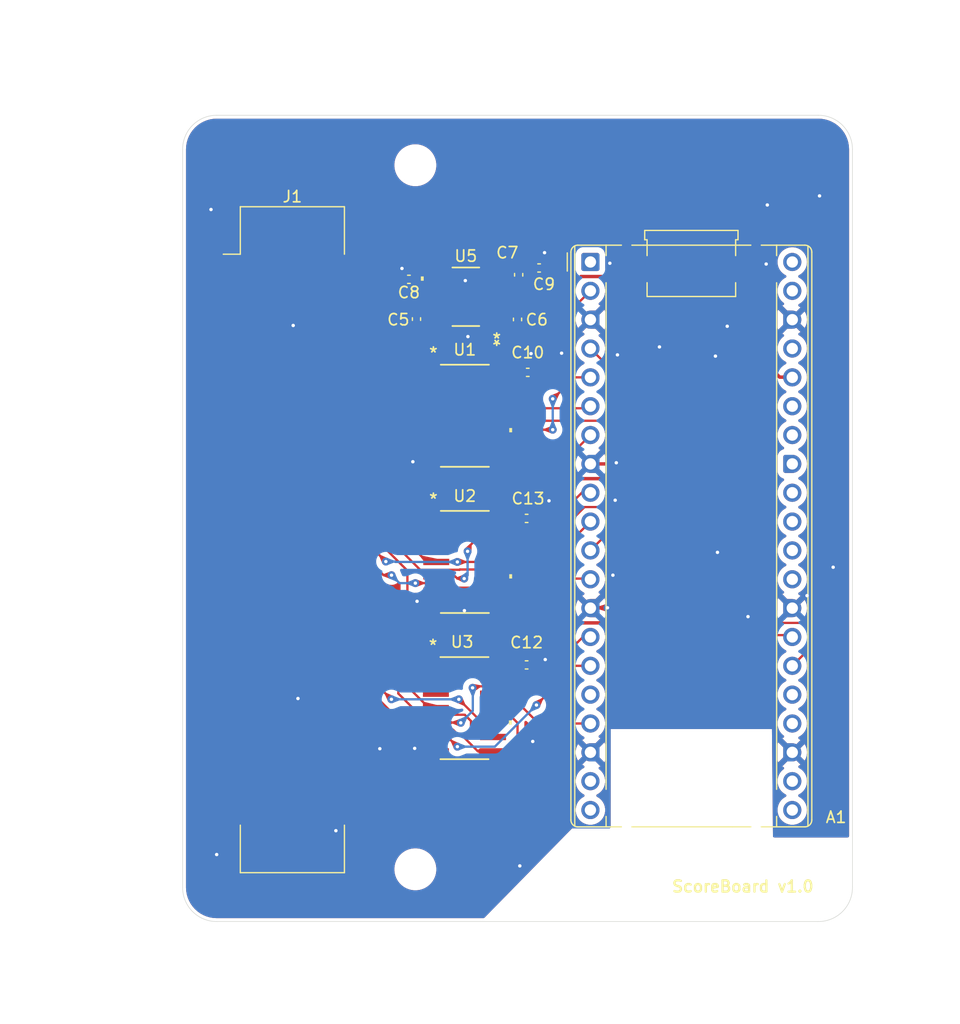
<source format=kicad_pcb>
(kicad_pcb (version 20241229) (generator "pcbnew") (generator_version "9.0")
  (layers (0 "F.Cu" signal) (2 "B.Cu" signal) (13 "F.Paste" user) (15 "B.Paste" user) (5 "F.SilkS" user "F.Silkscreen") (7 "B.SilkS" user "B.Silkscreen") (1 "F.Mask" user) (3 "B.Mask" user) (25 "Edge.Cuts" user))
  (net 0 "")
  (net 4 "GND")
  (net 5 "/MIN_DEC")
  (net 9 "+3.3V")
  (net 10 "/RESET")
  (net 13 "/HOME_DEC")
  (net 14 "/RX_TTL")
  (net 15 "/AWAY_INC")
  (net 17 "/SEC_DEC")
  (net 19 "/CLEAR")
  (net 21 "/START")
  (net 22 "/SEC_INC")
  (net 25 "/HOME_INC")
  (net 26 "/AWAY_DEC")
  (net 29 "/MIN_INC")
  (net 31 "/TX_TTL")
  (net 32 "Net-(U5-C2+)")
  (net 33 "Net-(U5-C2-)")
  (net 34 "Net-(U5-C1-)")
  (net 35 "Net-(U5-C1+)")
  (net 36 "Net-(U5-V+)")
  (net 37 "Net-(U5-V-)")
  (net 38 "+5V")
  (net 39 "/RESET_2")
  (net 40 "/RESET_1")
  (net 41 "/START_2")
  (net 42 "/START_1")
  (net 43 "/AWAY_DEC_1")
  (net 44 "/HOME_DEC_1")
  (net 45 "/SEC_INC_2")
  (net 46 "/AWAY_INC_2")
  (net 47 "/MIN_DEC_2")
  (net 48 "/AWAY_DEC_2")
  (net 49 "/AWAY_INC_1")
  (net 50 "/SEC_DEC_1")
  (net 51 "/SEC_INC_1")
  (net 52 "/HOME_INC_2")
  (net 53 "/HOME_DEC_2")
  (net 54 "/MIN_INC_2")
  (net 55 "/AUX")
  (net 56 "/HOME_INC_1")
  (net 57 "/MIN_DEC_1")
  (net 58 "/MIN_INC_1")
  (net 59 "/CLEAR_1")
  (net 60 "/AUX_1")
  (net 61 "/SEC_DEC_2")
  (net 62 "/CLEAR_2")
  (net 63 "/AUX_2")
  (net 68 "/TX_RS232")
  (net 70 "/RX_RS232")
  (footprint "Capacitor_SMD:C_0402_1005Metric_Pad0.74x0.62mm_HandSolder" (layer "F.Cu") (at 119.9325 64.4467 180)
    (property "Reference" "C8")
    (property "Value" "0.1uF")
  )
  (footprint "ScoreBoardPcb:RaspberryPi_Pico_Common_THT" (layer "F.Cu") (at 135.92 62.92)
    (property "Reference" "A1")
    (property "Value" "RaspberryPi_Pico_W")
  )
  (footprint "MountingHole:MountingHole_3.2mm_M3" (layer "F.Cu") (at 120.5 116.4)
    (property "Reference" "H2" (hide yes))
    (property "Value" "MountingHole" (hide yes))
  )
  (footprint "Capacitor_SMD:C_0402_1005Metric_Pad0.74x0.62mm_HandSolder" (layer "F.Cu") (at 130.3 85.5)
    (property "Reference" "C13")
    (property "Value" "0.1uF")
  )
  (footprint "ScoreBoardPcb:D14-M" (layer "F.Cu") (at 124.8575 76.46)
    (property "Reference" "U1")
    (property "Value" "CD74HCT4066M96")
  )
  (footprint "MountingHole:MountingHole_3.2mm_M3" (layer "F.Cu") (at 120.5 54.4)
    (property "Reference" "H1" (hide yes))
    (property "Value" "MountingHole" (hide yes))
  )
  (footprint "ScoreBoardPcb:RQ_16_ADI" (layer "F.Cu") (at 124.9464 65.981701 180)
    (property "Reference" "U5")
    (property "Value" "ADM3101EARQZ-REEL" (hide yes))
  )
  (footprint "Capacitor_SMD:C_0402_1005Metric_Pad0.74x0.62mm_HandSolder" (layer "F.Cu") (at 131.4 63.4467)
    (property "Reference" "C9")
    (property "Value" "0.1uF")
  )
  (footprint "ScoreBoardPcb:D14-M" (layer "F.Cu") (at 124.8575 89.33335)
    (property "Reference" "U2")
    (property "Value" "CD74HCT4066M96")
  )
  (footprint "ScoreBoardPcb:D14-M" (layer "F.Cu") (at 124.825 102.2067)
    (property "Reference" "U3")
    (property "Value" "CD74HCT4066M96")
  )
  (footprint "Capacitor_SMD:C_0402_1005Metric_Pad0.74x0.62mm_HandSolder" (layer "F.Cu") (at 129.5 67.9792 -90)
    (property "Reference" "C6")
    (property "Value" "0.1uF")
  )
  (footprint "Capacitor_SMD:C_0402_1005Metric_Pad0.74x0.62mm_HandSolder" (layer "F.Cu") (at 129.6 64.0467 -90)
    (property "Reference" "C7")
    (property "Value" "0.1uF")
  )
  (footprint "Capacitor_SMD:C_0402_1005Metric_Pad0.74x0.62mm_HandSolder" (layer "F.Cu") (at 130.4 72.64)
    (property "Reference" "C10")
    (property "Value" "0.1uF")
  )
  (footprint "Capacitor_SMD:C_0402_1005Metric_Pad0.74x0.62mm_HandSolder" (layer "F.Cu") (at 120.6 67.9467 90)
    (property "Reference" "C5")
    (property "Value" "0.1uF")
  )
  (footprint "Connector_IDC:IDC-Header_2x20_P2.54mm_Vertical_SMD" (layer "F.Cu") (at 109.6675 87.375)
    (property "Reference" "J1")
    (property "Value" "Conn_02x20_Odd_Even")
  )
  (footprint "Capacitor_SMD:C_0402_1005Metric_Pad0.74x0.62mm_HandSolder" (layer "F.Cu") (at 130.3 98.4)
    (property "Reference" "C12")
    (property "Value" "0.1uF")
  )
  (gr_line (start 103 50) (end 156 50) (stroke (width 0.05)) (layer "Edge.Cuts"))
  (gr_arc (start 103 121) (mid 100.87868 120.12132) (end 100 118) (stroke (width 0.05)) (layer "Edge.Cuts"))
  (gr_line (start 156 121) (end 103 121) (stroke (width 0.05)) (layer "Edge.Cuts"))
  (gr_line (start 159 53) (end 159 118) (stroke (width 0.05)) (layer "Edge.Cuts"))
  (gr_arc (start 156 50) (mid 158.12132 50.87868) (end 159 53) (stroke (width 0.05)) (layer "Edge.Cuts"))
  (gr_line (start 100 118) (end 100 53) (stroke (width 0.05)) (layer "Edge.Cuts"))
  (gr_arc (start 159 118) (mid 158.12132 120.12132) (end 156 121) (stroke (width 0.05)) (layer "Edge.Cuts"))
  (gr_arc (start 100 53) (mid 100.87868 50.87868) (end 103 50) (stroke (width 0.05)) (layer "Edge.Cuts"))
  (gr_text "ScoreBoard v1.0" (at 143 118.5 0) (layer "F.SilkS") (effects (font (size 1 1) (thickness 0.2) (bold yes)) (justify left bottom)))
  (segment (start 110.175 101.345) (end 113.4675 101.345) (width 0.3) (layer "F.Cu") (net 4))
  (segment (start 130.69 70.99) (end 130.69 71.02) (width 0.3) (layer "F.Cu") (net 4))
  (segment (start 131.47 98.4) (end 131.94 97.93) (width 0.3) (layer "F.Cu") (net 4))
  (segment (start 120.75 106.06) (end 120.44 105.75) (width 0.3) (layer "F.Cu") (net 4))
  (segment (start 155 92.3) (end 154.8 92.3) (width 0.3) (layer "F.Cu") (net 4))
  (segment (start 137.42 93.37) (end 135.95 93.37) (width 0.3) (layer "F.Cu") (net 4))
  (segment (start 130.69 71.02) (end 130.9675 71.2975) (width 0.3) (layer "F.Cu") (net 4))
  (segment (start 135.92 80.7) (end 138.1 80.7) (width 0.3) (layer "F.Cu") (net 4))
  (segment (start 130.8675 98.4) (end 131.47 98.4) (width 0.3) (layer "F.Cu") (net 4))
  (segment (start 120.69 80.27) (end 122.3429 80.27) (width 0.3) (layer "F.Cu") (net 4))
  (segment (start 130.9675 71.2975) (end 130.9675 72.64) (width 0.3) (layer "F.Cu") (net 4))
  (segment (start 120.65 92.8) (end 121.01 93.16) (width 0.3) (layer "F.Cu") (net 4))
  (segment (start 131.88 62.1) (end 131.89 62.1) (width 0.3) (layer "F.Cu") (net 4))
  (segment (start 110.16 101.36) (end 110.175 101.345) (width 0.3) (layer "F.Cu") (net 4))
  (segment (start 138.1 80.7) (end 138.2 80.6) (width 0.3) (layer "F.Cu") (net 4))
  (segment (start 119.32 64.4134) (end 119.32 63.49) (width 0.3) (layer "F.Cu") (net 4))
  (segment (start 120.28 80.51) (end 120.45 80.51) (width 0.3) (layer "F.Cu") (net 4))
  (segment (start 120.45 80.51) (end 120.69 80.27) (width 0.3) (layer "F.Cu") (net 4))
  (segment (start 131.9675 62.1775) (end 131.9675 63.4467) (width 0.3) (layer "F.Cu") (net 4))
  (segment (start 122.38 106.06) (end 120.75 106.06) (width 0.3) (layer "F.Cu") (net 4))
  (segment (start 131.89 62.1) (end 131.9675 62.1775) (width 0.3) (layer "F.Cu") (net 4))
  (segment (start 121.01 93.16) (end 122.32625 93.16) (width 0.3) (layer "F.Cu") (net 4))
  (via (at 113.5 113) (size 0.7) (drill 0.3) (layers "F.Cu" "B.Cu") (net 4))
  (via (at 120.28 80.51) (size 0.7) (drill 0.3) (layers "F.Cu" "B.Cu") (net 4))
  (via (at 120.65 92.8) (size 0.7) (drill 0.3) (layers "F.Cu" "B.Cu") (net 4))
  (via (at 131.94 97.93) (size 0.7) (drill 0.3) (layers "F.Cu" "B.Cu") (net 4))
  (via (at 117.37 105.78) (size 0.7) (drill 0.3) (layers "F.Cu" "B.Cu") (net 4))
  (via (at 132.27 83.95) (size 0.7) (drill 0.3) (layers "F.Cu" "B.Cu") (net 4))
  (via (at 119.32 63.49) (size 0.7) (drill 0.3) (layers "F.Cu" "B.Cu") (net 4))
  (via (at 102.5 58.3) (size 0.7) (drill 0.3) (layers "F.Cu" "B.Cu") (net 4))
  (via (at 137.9 90.5) (size 0.7) (drill 0.3) (layers "F.Cu" "B.Cu") (net 4))
  (via (at 130.84 105.14) (size 0.7) (drill 0.3) (layers "F.Cu" "B.Cu") (net 4))
  (via (at 110.16 101.36) (size 0.7) (drill 0.3) (layers "F.Cu" "B.Cu") (net 4))
  (via (at 138.3 71.1) (size 0.7) (drill 0.3) (layers "F.Cu" "B.Cu") (net 4))
  (via (at 155 92.3) (size 0.7) (drill 0.3) (layers "F.Cu" "B.Cu") (net 4))
  (via (at 146.93 71.21) (size 0.7) (drill 0.3) (layers "F.Cu" "B.Cu") (net 4))
  (via (at 142 70.4) (size 0.7) (drill 0.3) (layers "F.Cu" "B.Cu") (net 4))
  (via (at 124.9 64.56) (size 0.7) (drill 0.3) (layers "F.Cu" "B.Cu") (net 4))
  (via (at 133.38 70.95) (size 0.7) (drill 0.3) (layers "F.Cu" "B.Cu") (net 4))
  (via (at 151.4 63.1) (size 0.7) (drill 0.3) (layers "F.Cu" "B.Cu") (net 4))
  (via (at 137.63 63.03) (size 0.7) (drill 0.3) (layers "F.Cu" "B.Cu") (net 4))
  (via (at 147.97 68.58) (size 0.7) (drill 0.3) (layers "F.Cu" "B.Cu") (net 4))
  (via (at 120.44 105.75) (size 0.7) (drill 0.3) (layers "F.Cu" "B.Cu") (net 4))
  (via (at 138.2 80.6) (size 0.7) (drill 0.3) (layers "F.Cu" "B.Cu") (net 4))
  (via (at 157.3 89.8) (size 0.7) (drill 0.3) (layers "F.Cu" "B.Cu") (net 4))
  (via (at 138.1 83.9) (size 0.7) (drill 0.3) (layers "F.Cu" "B.Cu") (net 4))
  (via (at 137.42 93.37) (size 0.7) (drill 0.3) (layers "F.Cu" "B.Cu") (net 4))
  (via (at 151.5 57.9) (size 0.7) (drill 0.3) (layers "F.Cu" "B.Cu") (net 4))
  (via (at 147.11 88.49) (size 0.7) (drill 0.3) (layers "F.Cu" "B.Cu") (net 4))
  (via (at 124.82 93.62) (size 0.7) (drill 0.3) (layers "F.Cu" "B.Cu") (net 4))
  (via (at 149.8 94.15) (size 0.7) (drill 0.3) (layers "F.Cu" "B.Cu") (net 4))
  (via (at 109.74 68.51) (size 0.7) (drill 0.3) (layers "F.Cu" "B.Cu") (net 4))
  (via (at 103 115.1) (size 0.7) (drill 0.3) (layers "F.Cu" "B.Cu") (net 4))
  (via (at 131.88 62.1) (size 0.7) (drill 0.3) (layers "F.Cu" "B.Cu") (net 4))
  (via (at 129.7 116.1) (size 0.7) (drill 0.3) (layers "F.Cu" "B.Cu") (net 4))
  (via (at 130.69 70.99) (size 0.7) (drill 0.3) (layers "F.Cu" "B.Cu") (net 4))
  (via (at 156.1 57.1) (size 0.7) (drill 0.3) (layers "F.Cu" "B.Cu") (net 4))
  (via (at 125.13 69.49) (size 0.7) (drill 0.3) (layers "F.Cu" "B.Cu") (net 4))
  (segment (start 131.83665 88.06335) (end 127.3721 88.06335) (width 0.2) (layer "F.Cu") (net 5))
  (segment (start 137.6 85.2) (end 136.9 84.5) (width 0.2) (layer "F.Cu") (net 5))
  (segment (start 136.9 84.5) (end 135.4 84.5) (width 0.2) (layer "F.Cu") (net 5))
  (segment (start 135.92 88.32) (end 137.6 86.64) (width 0.2) (layer "F.Cu") (net 5))
  (segment (start 137.6 86.64) (end 137.6 85.2) (width 0.2) (layer "F.Cu") (net 5))
  (segment (start 135.4 84.5) (end 131.83665 88.06335) (width 0.2) (layer "F.Cu") (net 5))
  (segment (start 129.6 63.4792) (end 129.6 60.96) (width 0.3) (layer "F.Cu") (net 9))
  (segment (start 129.1208 63.4792) (end 129.6 63.4792) (width 0.3) (layer "F.Cu") (net 9))
  (segment (start 151.22 71.69) (end 152.59 73.06) (width 0.3) (layer "F.Cu") (net 9))
  (segment (start 131.75 58.81) (end 139.43 58.81) (width 0.3) (layer "F.Cu") (net 9))
  (segment (start 151.22 70.6) (end 151.22 71.69) (width 0.3) (layer "F.Cu") (net 9))
  (segment (start 152.59 73.06) (end 153.68 73.06) (width 0.3) (layer "F.Cu") (net 9))
  (segment (start 127.411399 63.7417) (end 128.8583 63.7417) (width 0.3) (layer "F.Cu") (net 9))
  (segment (start 139.43 58.81) (end 151.22 70.6) (width 0.3) (layer "F.Cu") (net 9))
  (segment (start 129.6 63.4792) (end 130.8 63.4792) (width 0.3) (layer "F.Cu") (net 9))
  (segment (start 129.6 60.96) (end 131.75 58.81) (width 0.3) (layer "F.Cu") (net 9))
  (segment (start 128.8583 63.7417) (end 129.1208 63.4792) (width 0.3) (layer "F.Cu") (net 9))
  (segment (start 124.2 90.8) (end 124 90.6) (width 0.2) (layer "F.Cu") (net 10))
  (segment (start 125.1 88.4) (end 125.1 88.1) (width 0.2) (layer "F.Cu") (net 10))
  (segment (start 125.1 88.1) (end 125.8 87.4) (width 0.2) (layer "F.Cu") (net 10))
  (segment (start 125.8 87.4) (end 131 87.4) (width 0.2) (layer "F.Cu") (net 10))
  (segment (start 124.8 90.8) (end 124.2 90.8) (width 0.2) (layer "F.Cu") (net 10))
  (segment (start 123.70335 90.60335) (end 122.3429 90.60335) (width 0.2) (layer "F.Cu") (net 10))
  (segment (start 124 90.6) (end 123.7067 90.6) (width 0.2) (layer "F.Cu") (net 10))
  (segment (start 131 87.4) (end 135.16 83.24) (width 0.2) (layer "F.Cu") (net 10))
  (segment (start 135.16 83.24) (end 135.92 83.24) (width 0.2) (layer "F.Cu") (net 10))
  (segment (start 123.7067 90.6) (end 123.70335 90.60335) (width 0.2) (layer "F.Cu") (net 10))
  (via (at 125.1 88.4) (size 0.7) (drill 0.3) (layers "F.Cu" "B.Cu") (net 10))
  (via (at 124.8 90.8) (size 0.7) (drill 0.3) (layers "F.Cu" "B.Cu") (net 10))
  (segment (start 125.1 90.5) (end 124.8 90.8) (width 0.2) (layer "B.Cu") (net 10))
  (segment (start 125.1 88.4) (end 125.1 90.5) (width 0.2) (layer "B.Cu") (net 10))
  (segment (start 131.0896 78.3104) (end 125.7896 78.3104) (width 0.2) (layer "F.Cu") (net 13))
  (segment (start 131.7096 77.6904) (end 131.0896 78.3104) (width 0.2) (layer "F.Cu") (net 13))
  (segment (start 132.6 77.6904) (end 131.7096 77.6904) (width 0.2) (layer "F.Cu") (net 13))
  (segment (start 132.6 75) (end 132.6 74.97) (width 0.2) (layer "F.Cu") (net 13))
  (segment (start 135.92 73.08) (end 134.52 73.08) (width 0.2) (layer "F.Cu") (net 13))
  (segment (start 125.1 79) (end 122.3429 79) (width 0.2) (layer "F.Cu") (net 13))
  (segment (start 134.52 73.08) (end 132.6 75) (width 0.2) (layer "F.Cu") (net 13))
  (segment (start 125.7896 78.3104) (end 125.1 79) (width 0.2) (layer "F.Cu") (net 13))
  (via (at 132.6 77.6904) (size 0.7) (drill 0.3) (layers "F.Cu" "B.Cu") (net 13))
  (via (at 132.6 74.97) (size 0.7) (drill 0.3) (layers "F.Cu" "B.Cu") (net 13))
  (segment (start 132.6 74.97) (end 132.6 77.6904) (width 0.2) (layer "B.Cu") (net 13))
  (segment (start 134.2 63.9) (end 134.2 61.82) (width 0.2) (layer "F.Cu") (net 14))
  (segment (start 137.6 61.2) (end 145.14 68.74) (width 0.2) (layer "F.Cu") (net 14))
  (segment (start 145.14 91.16) (end 149.76 95.78) (width 0.2) (layer "F.Cu") (net 14))
  (segment (start 127.411399 66.3017) (end 131.7983 66.3017) (width 0.2) (layer "F.Cu") (net 14))
  (segment (start 145.14 68.74) (end 145.14 91.16) (width 0.2) (layer "F.Cu") (net 14))
  (segment (start 134.82 61.2) (end 137.6 61.2) (width 0.2) (layer "F.Cu") (net 14))
  (segment (start 134.2 61.82) (end 134.82 61.2) (width 0.2) (layer "F.Cu") (net 14))
  (segment (start 149.76 95.78) (end 153.54 95.78) (width 0.2) (layer "F.Cu") (net 14))
  (segment (start 131.7983 66.3017) (end 134.2 63.9) (width 0.2) (layer "F.Cu") (net 14))
  (segment (start 135.74 75.8) (end 130.7 75.8) (width 0.2) (layer "F.Cu") (net 15))
  (segment (start 130.09 75.19) (end 127.3721 75.19) (width 0.2) (layer "F.Cu") (net 15))
  (segment (start 130.7 75.8) (end 130.09 75.19) (width 0.2) (layer "F.Cu") (net 15))
  (segment (start 125.54 100.42) (end 125.68 100.42) (width 0.2) (layer "F.Cu") (net 17))
  (segment (start 125.8133 100.2867) (end 130.9133 100.2867) (width 0.2) (layer "F.Cu") (net 17))
  (segment (start 125.68 100.42) (end 125.8133 100.2867) (width 0.2) (layer "F.Cu") (net 17))
  (segment (start 122.3104 103.4767) (end 124.4767 103.4767) (width 0.2) (layer "F.Cu") (net 17))
  (segment (start 124.4767 103.4767) (end 124.5 103.5) (width 0.2) (layer "F.Cu") (net 17))
  (segment (start 130.9133 100.2867) (end 135.26 95.94) (width 0.2) (layer "F.Cu") (net 17))
  (via (at 125.54 100.42) (size 0.7) (drill 0.3) (layers "F.Cu" "B.Cu") (net 17))
  (via (at 124.5 103.5) (size 0.7) (drill 0.3) (layers "F.Cu" "B.Cu") (net 17))
  (segment (start 125.56 102.44) (end 124.5 103.5) (width 0.2) (layer "B.Cu") (net 17))
  (segment (start 125.54 100.42) (end 125.56 100.44) (width 0.2) (layer "B.Cu") (net 17))
  (segment (start 125.56 100.44) (end 125.56 102.44) (width 0.2) (layer "B.Cu") (net 17))
  (segment (start 134.6 98.48) (end 135.92 98.48) (width 0.2) (layer "F.Cu") (net 19))
  (segment (start 124.2 105.6) (end 123.3467 104.7467) (width 0.2) (layer "F.Cu") (net 19))
  (segment (start 131.165 101.915) (end 134.6 98.48) (width 0.2) (layer "F.Cu") (net 19))
  (segment (start 131.165 101.935) (end 131.165 101.915) (width 0.2) (layer "F.Cu") (net 19))
  (via (at 131.165 101.935) (size 0.7) (drill 0.3) (layers "F.Cu" "B.Cu") (net 19))
  (via (at 124.2 105.6) (size 0.7) (drill 0.3) (layers "F.Cu" "B.Cu") (net 19))
  (segment (start 127.5 105.6) (end 124.2 105.6) (width 0.2) (layer "B.Cu") (net 19))
  (segment (start 131.165 101.935) (end 127.5 105.6) (width 0.2) (layer "B.Cu") (net 19))
  (segment (start 131.54 73.92) (end 127.3721 73.92) (width 0.2) (layer "F.Cu") (net 21))
  (segment (start 132.3 69.08) (end 132.3 73.16) (width 0.2) (layer "F.Cu") (net 21))
  (segment (start 135.92 65.46) (end 132.3 69.08) (width 0.2) (layer "F.Cu") (net 21))
  (segment (start 132.3 73.16) (end 131.54 73.92) (width 0.2) (layer "F.Cu") (net 21))
  (segment (start 133.83 90.8) (end 127.43 97.2) (width 0.2) (layer "F.Cu") (net 22))
  (segment (start 127.43 97.2) (end 126.18 97.2) (width 0.2) (layer "F.Cu") (net 22))
  (segment (start 126.18 97.2) (end 125.5 97.88) (width 0.2) (layer "F.Cu") (net 22))
  (segment (start 125.5 98.6907) (end 126.476 99.6667) (width 0.2) (layer "F.Cu") (net 22))
  (segment (start 125.5 97.88) (end 125.5 98.6907) (width 0.2) (layer "F.Cu") (net 22))
  (segment (start 135.9 90.8) (end 133.83 90.8) (width 0.2) (layer "F.Cu") (net 22))
  (segment (start 137.8 72.42) (end 135.92 70.54) (width 0.2) (layer "F.Cu") (net 25))
  (segment (start 137.8 76.2) (end 137.8 72.42) (width 0.2) (layer "F.Cu") (net 25))
  (segment (start 131.13 76.9) (end 137.1 76.9) (width 0.2) (layer "F.Cu") (net 25))
  (segment (start 125.0096 77.0404) (end 130.7796 77.0404) (width 0.2) (layer "F.Cu") (net 25))
  (segment (start 130.7796 77.0404) (end 130.78 77.04) (width 0.2) (layer "F.Cu") (net 25))
  (segment (start 130.99 77.04) (end 131.13 76.9) (width 0.2) (layer "F.Cu") (net 25))
  (segment (start 124.32 77.73) (end 125.0096 77.0404) (width 0.2) (layer "F.Cu") (net 25))
  (segment (start 130.78 77.04) (end 130.99 77.04) (width 0.2) (layer "F.Cu") (net 25))
  (segment (start 137.1 76.9) (end 137.8 76.2) (width 0.2) (layer "F.Cu") (net 25))
  (segment (start 122.3429 77.73) (end 124.32 77.73) (width 0.2) (layer "F.Cu") (net 25))
  (segment (start 130.61 79.99) (end 125.4 85.2) (width 0.2) (layer "F.Cu") (net 26))
  (segment (start 125.4 85.2) (end 125.4 86.38) (width 0.2) (layer "F.Cu") (net 26))
  (segment (start 125.81335 86.79335) (end 127.3721 86.79335) (width 0.2) (layer "F.Cu") (net 26))
  (segment (start 125.4 86.38) (end 125.81335 86.79335) (width 0.2) (layer "F.Cu") (net 26))
  (segment (start 134.09 79.99) (end 130.61 79.99) (width 0.2) (layer "F.Cu") (net 26))
  (segment (start 135.92 78.16) (end 134.09 79.99) (width 0.2) (layer "F.Cu") (net 26))
  (segment (start 124.15375 92.45375) (end 130.14625 92.45375) (width 0.2) (layer "F.Cu") (net 29))
  (segment (start 130.14625 92.45375) (end 132 90.6) (width 0.2) (layer "F.Cu") (net 29))
  (segment (start 132 89.7) (end 135.92 85.78) (width 0.2) (layer "F.Cu") (net 29))
  (segment (start 122.3429 91.87335) (end 123.57335 91.87335) (width 0.2) (layer "F.Cu") (net 29))
  (segment (start 132 90.6) (end 132 89.7) (width 0.2) (layer "F.Cu") (net 29))
  (segment (start 123.57335 91.87335) (end 124.15375 92.45375) (width 0.2) (layer "F.Cu") (net 29))
  (segment (start 148.97 91.27) (end 152.4 94.7) (width 0.2) (layer "F.Cu") (net 31))
  (segment (start 154.83163 94.7) (end 155.4 95.26837) (width 0.2) (layer "F.Cu") (net 31))
  (segment (start 138.63 60.5) (end 148.97 70.84) (width 0.2) (layer "F.Cu") (net 31))
  (segment (start 148.97 70.84) (end 148.97 91.27) (width 0.2) (layer "F.Cu") (net 31))
  (segment (start 131.438298 65.661702) (end 133.2 63.9) (width 0.2) (layer "F.Cu") (net 31))
  (segment (start 133.2 61.7) (end 134.4 60.5) (width 0.2) (layer "F.Cu") (net 31))
  (segment (start 127.411399 65.661702) (end 131.438298 65.661702) (width 0.2) (layer "F.Cu") (net 31))
  (segment (start 152.4 94.7) (end 154.83163 94.7) (width 0.2) (layer "F.Cu") (net 31))
  (segment (start 155.4 95.26837) (end 155.4 96.78) (width 0.2) (layer "F.Cu") (net 31))
  (segment (start 134.4 60.5) (end 138.63 60.5) (width 0.2) (layer "F.Cu") (net 31))
  (segment (start 133.2 63.9) (end 133.2 61.7) (width 0.2) (layer "F.Cu") (net 31))
  (segment (start 155.4 96.78) (end 153.7 98.48) (width 0.2) (layer "F.Cu") (net 31))
  (segment (start 122.481401 68.221702) (end 121.278298 68.221702) (width 0.2) (layer "F.Cu") (net 32))
  (segment (start 120.9858 68.5142) (end 120.6 68.5142) (width 0.2) (layer "F.Cu") (net 32))
  (segment (start 121.278298 68.221702) (end 120.9858 68.5142) (width 0.2) (layer "F.Cu") (net 32))
  (segment (start 121.3817 67.5817) (end 121.1792 67.3792) (width 0.2) (layer "F.Cu") (net 33))
  (segment (start 121.1792 67.3792) (end 120.6 67.3792) (width 0.2) (layer "F.Cu") (net 33))
  (segment (start 122.481401 67.5817) (end 121.3817 67.5817) (width 0.2) (layer "F.Cu") (net 33))
  (segment (start 127.411399 68.221699) (end 128.721699 68.221699) (width 0.2) (layer "F.Cu") (net 34))
  (segment (start 128.721699 68.221699) (end 129.0467 68.5467) (width 0.2) (layer "F.Cu") (net 34))
  (segment (start 129.0467 68.5467) (end 129.5 68.5467) (width 0.2) (layer "F.Cu") (net 34))
  (segment (start 128.7183 67.5817) (end 128.8883 67.4117) (width 0.2) (layer "F.Cu") (net 35))
  (segment (start 128.8883 67.4117) (end 129.5 67.4117) (width 0.2) (layer "F.Cu") (net 35))
  (segment (start 127.411399 67.5817) (end 128.7183 67.5817) (width 0.2) (layer "F.Cu") (net 35))
  (segment (start 128.9142 64.6142) (end 129.6 64.6142) (width 0.2) (layer "F.Cu") (net 36))
  (segment (start 128.681702 64.381702) (end 128.9142 64.6142) (width 0.2) (layer "F.Cu") (net 36))
  (segment (start 127.411399 64.381702) (end 128.681702 64.381702) (width 0.2) (layer "F.Cu") (net 36))
  (segment (start 122.481401 64.381702) (end 120.564998 64.381702) (width 0.2) (layer "F.Cu") (net 37))
  (segment (start 129.7325 98.4) (end 133.4325 94.7) (width 0.3) (layer "F.Cu") (net 38))
  (segment (start 129.7325 85.5) (end 129.7325 83.9675) (width 0.3) (layer "F.Cu") (net 38))
  (segment (start 111.455 63.245) (end 110.1 64.6) (width 0.3) (layer "F.Cu") (net 38))
  (segment (start 120.7 70.8) (end 127.4 70.8) (width 0.3) (layer "F.Cu") (net 38))
  (segment (start 127.3396 98.3967) (end 129.7292 98.3967) (width 0.3) (layer "F.Cu") (net 38))
  (segment (start 116.88 66.98) (end 120.7 70.8) (width 0.3) (layer "F.Cu") (net 38))
  (segment (start 127.3721 72.65) (end 127.3721 70.8279) (width 0.3) (layer "F.Cu") (net 38))
  (segment (start 135.1 64.2) (end 138 64.2) (width 0.3) (layer "F.Cu") (net 38))
  (segment (start 110.1 66.6) (end 110.48 66.98) (width 0.3) (layer "F.Cu") (net 38))
  (segment (start 127.3721 85.52335) (end 129.70915 85.52335) (width 0.3) (layer "F.Cu") (net 38))
  (segment (start 138.77 94.7) (end 140 93.47) (width 0.3) (layer "F.Cu") (net 38))
  (segment (start 127.4 70.8) (end 128.5 70.8) (width 0.3) (layer "F.Cu") (net 38))
  (segment (start 140 93.47) (end 140 82) (width 0.3) (layer "F.Cu") (net 38))
  (segment (start 128.5 70.8) (end 135.1 64.2) (width 0.3) (layer "F.Cu") (net 38))
  (segment (start 133.4325 94.7) (end 138.77 94.7) (width 0.3) (layer "F.Cu") (net 38))
  (segment (start 110.48 66.98) (end 116.88 66.98) (width 0.3) (layer "F.Cu") (net 38))
  (segment (start 110.1 64.6) (end 110.1 66.6) (width 0.3) (layer "F.Cu") (net 38))
  (segment (start 129.7325 83.9675) (end 131.7 82) (width 0.3) (layer "F.Cu") (net 38))
  (segment (start 131.7 82) (end 140 82) (width 0.3) (layer "F.Cu") (net 38))
  (segment (start 140 66.2) (end 140 82) (width 0.3) (layer "F.Cu") (net 38))
  (segment (start 138 64.2) (end 140 66.2) (width 0.3) (layer "F.Cu") (net 38))
  (segment (start 127.3721 72.65) (end 129.8225 72.65) (width 0.3) (layer "F.Cu") (net 38))
  (segment (start 127.3721 70.8279) (end 127.4 70.8) (width 0.3) (layer "F.Cu") (net 38))
  (segment (start 116.98095 83.565) (end 113.4675 83.565) (width 0.2) (layer "F.Cu") (net 39))
  (segment (start 121.4793 88.06335) (end 116.98095 83.565) (width 0.2) (layer "F.Cu") (net 39))
  (segment (start 110.5 84.8) (end 109.265 83.565) (width 0.2) (layer "F.Cu") (net 40))
  (segment (start 121.53335 89.33335) (end 117 84.8) (width 0.2) (layer "F.Cu") (net 40))
  (segment (start 109.265 83.565) (end 105.8675 83.565) (width 0.2) (layer "F.Cu") (net 40))
  (segment (start 117 84.8) (end 110.5 84.8) (width 0.2) (layer "F.Cu") (net 40))
  (segment (start 120.17 73.9) (end 117.135 70.865) (width 0.2) (layer "F.Cu") (net 41))
  (segment (start 122.3429 73.92) (end 121.12 73.92) (width 0.2) (layer "F.Cu") (net 41))
  (segment (start 117.135 70.865) (end 113.4675 70.865) (width 0.2) (layer "F.Cu") (net 41))
  (segment (start 121.1 73.9) (end 120.17 73.9) (width 0.2) (layer "F.Cu") (net 41))
  (segment (start 122.3429 72.65) (end 120.85 72.65) (width 0.2) (layer "F.Cu") (net 42))
  (segment (start 110.6 69.6) (end 109.335 70.865) (width 0.2) (layer "F.Cu") (net 42))
  (segment (start 117.8 69.6) (end 110.6 69.6) (width 0.2) (layer "F.Cu") (net 42))
  (segment (start 120.85 72.65) (end 117.8 69.6) (width 0.2) (layer "F.Cu") (net 42))
  (segment (start 109.335 70.865) (end 105.8675 70.865) (width 0.2) (layer "F.Cu") (net 42))
  (segment (start 117.1 82.2) (end 110.2 82.2) (width 0.2) (layer "F.Cu") (net 43))
  (segment (start 120.42335 85.52335) (end 117.1 82.2) (width 0.2) (layer "F.Cu") (net 43))
  (segment (start 122.3429 85.52335) (end 120.42335 85.52335) (width 0.2) (layer "F.Cu") (net 43))
  (segment (start 109.025 81.025) (end 105.8675 81.025) (width 0.2) (layer "F.Cu") (net 43))
  (segment (start 110.2 82.2) (end 109.025 81.025) (width 0.2) (layer "F.Cu") (net 43))
  (segment (start 102.5 79.08) (end 103.05 79.63) (width 0.2) (layer "F.Cu") (net 44))
  (segment (start 117.55 80.05) (end 119.2 81.7) (width 0.2) (layer "F.Cu") (net 44))
  (segment (start 103.05 79.63) (end 108.8 79.63) (width 0.2) (layer "F.Cu") (net 44))
  (segment (start 108.8 79.63) (end 109.22 80.05) (width 0.2) (layer "F.Cu") (net 44))
  (segment (start 105.8125 76) (end 103.2 76) (width 0.2) (layer "F.Cu") (net 44))
  (segment (start 119.2 81.7) (end 124.15 81.7) (width 0.2) (layer "F.Cu") (net 44))
  (segment (start 102.5 76.7) (end 102.5 79.08) (width 0.2) (layer "F.Cu") (net 44))
  (segment (start 124.15 81.7) (end 125.58 80.27) (width 0.2) (layer "F.Cu") (net 44))
  (segment (start 125.58 80.27) (end 127.3721 80.27) (width 0.2) (layer "F.Cu") (net 44))
  (segment (start 109.22 80.05) (end 117.55 80.05) (width 0.2) (layer "F.Cu") (net 44))
  (segment (start 103.2 76) (end 102.5 76.7) (width 0.2) (layer "F.Cu") (net 44))
  (segment (start 121.62 96.8) (end 123.5 96.8) (width 0.2) (layer "F.Cu") (net 45))
  (segment (start 124.2 97.5) (end 124.2 98.6407) (width 0.2) (layer "F.Cu") (net 45))
  (segment (start 116.005 91.185) (end 121.62 96.8) (width 0.2) (layer "F.Cu") (net 45))
  (segment (start 123.5 96.8) (end 124.2 97.5) (width 0.2) (layer "F.Cu") (net 45))
  (segment (start 124.2 98.6407) (end 123.174 99.6667) (width 0.2) (layer "F.Cu") (net 45))
  (segment (start 113.4675 91.185) (end 116.005 91.185) (width 0.2) (layer "F.Cu") (net 45))
  (segment (start 125.37 77.73) (end 124.74 78.36) (width 0.2) (layer "F.Cu") (net 46))
  (segment (start 127.3721 77.73) (end 125.37 77.73) (width 0.2) (layer "F.Cu") (net 46))
  (segment (start 124.74 78.36) (end 113.5925 78.36) (width 0.2) (layer "F.Cu") (net 46))
  (segment (start 123.7 91.2) (end 120.5 91.2) (width 0.2) (layer "F.Cu") (net 47))
  (segment (start 124.1 91.6) (end 123.7 91.2) (width 0.2) (layer "F.Cu") (net 47))
  (segment (start 118.4 90.5) (end 117.7 90.5) (width 0.2) (layer "F.Cu") (net 47))
  (segment (start 125.6 91.6) (end 124.1 91.6) (width 0.2) (layer "F.Cu") (net 47))
  (segment (start 126.59665 90.60335) (end 125.6 91.6) (width 0.2) (layer "F.Cu") (net 47))
  (segment (start 117.7 90.5) (end 115.845 88.645) (width 0.2) (layer "F.Cu") (net 47))
  (via (at 118.4 90.5) (size 0.7) (drill 0.3) (layers "F.Cu" "B.Cu") (net 47))
  (via (at 120.5 91.2) (size 0.7) (drill 0.3) (layers "F.Cu" "B.Cu") (net 47))
  (segment (start 120.5 91.2) (end 119.1 91.2) (width 0.2) (layer "B.Cu") (net 47))
  (segment (start 119.1 91.2) (end 118.4 90.5) (width 0.2) (layer "B.Cu") (net 47))
  (segment (start 120.09 83.9) (end 117.215 81.025) (width 0.2) (layer "F.Cu") (net 48))
  (segment (start 117.215 81.025) (end 113.4675 81.025) (width 0.2) (layer "F.Cu") (net 48))
  (segment (start 122.3429 86.79335) (end 123.65665 86.79335) (width 0.2) (layer "F.Cu") (net 48))
  (segment (start 123.7 83.9) (end 120.09 83.9) (width 0.2) (layer "F.Cu") (net 48))
  (segment (start 123.65665 86.79335) (end 124.26 86.19) (width 0.2) (layer "F.Cu") (net 48))
  (segment (start 124.26 84.46) (end 123.7 83.9) (width 0.2) (layer "F.Cu") (net 48))
  (segment (start 124.26 86.19) (end 124.26 84.46) (width 0.2) (layer "F.Cu") (net 48))
  (segment (start 109.1 77.9) (end 108.515 78.485) (width 0.2) (layer "F.Cu") (net 49))
  (segment (start 110.3 74.8) (end 109.1 76) (width 0.2) (layer "F.Cu") (net 49))
  (segment (start 109.1 76) (end 109.1 77.9) (width 0.2) (layer "F.Cu") (net 49))
  (segment (start 124.5 76.46) (end 123.87 77.09) (width 0.2) (layer "F.Cu") (net 49))
  (segment (start 127.3721 76.46) (end 124.5 76.46) (width 0.2) (layer "F.Cu") (net 49))
  (segment (start 116.5 74.8) (end 110.3 74.8) (width 0.2) (layer "F.Cu") (net 49))
  (segment (start 118.79 77.09) (end 116.5 74.8) (width 0.2) (layer "F.Cu") (net 49))
  (segment (start 123.87 77.09) (end 118.79 77.09) (width 0.2) (layer "F.Cu") (net 49))
  (segment (start 108.515 78.485) (end 105.8675 78.485) (width 0.2) (layer "F.Cu") (net 49))
  (segment (start 118.3 98.79166) (end 118.3 97.31) (width 0.2) (layer "F.Cu") (net 50))
  (segment (start 115.99 95) (end 110.7 95) (width 0.2) (layer "F.Cu") (net 50))
  (segment (start 118.3 97.31) (end 115.99 95) (width 0.2) (layer "F.Cu") (net 50))
  (segment (start 110.7 95) (end 109.425 93.725) (width 0.2) (layer "F.Cu") (net 50))
  (segment (start 121.71504 102.2067) (end 118.3 98.79166) (width 0.2) (layer "F.Cu") (net 50))
  (segment (start 109.425 93.725) (end 105.8675 93.725) (width 0.2) (layer "F.Cu") (net 50))
  (segment (start 109.585 91.185) (end 105.8675 91.185) (width 0.2) (layer "F.Cu") (net 51))
  (segment (start 122.0467 98.3967) (end 116.03 92.38) (width 0.2) (layer "F.Cu") (net 51))
  (segment (start 110.78 92.38) (end 109.585 91.185) (width 0.2) (layer "F.Cu") (net 51))
  (segment (start 116.03 92.38) (end 110.78 92.38) (width 0.2) (layer "F.Cu") (net 51))
  (segment (start 122.3429 75.19) (end 120.09 75.19) (width 0.2) (layer "F.Cu") (net 52))
  (segment (start 118.305 73.405) (end 113.4675 73.405) (width 0.2) (layer "F.Cu") (net 52))
  (segment (start 120.09 75.19) (end 118.305 73.405) (width 0.2) (layer "F.Cu") (net 52))
  (segment (start 125.5 79.6) (end 126.1 79) (width 0.2) (layer "F.Cu") (net 53))
  (segment (start 113.4675 75.945) (end 110.555 75.945) (width 0.2) (layer "F.Cu") (net 53))
  (segment (start 117.5661 79.499) (end 117.5771 79.51) (width 0.2) (layer "F.Cu") (net 53))
  (segment (start 110.709 79.499) (end 117.5661 79.499) (width 0.2) (layer "F.Cu") (net 53))
  (segment (start 126.1 79) (end 127.3721 79) (width 0.2) (layer "F.Cu") (net 53))
  (segment (start 109.9 76.6) (end 109.9 78.69) (width 0.2) (layer "F.Cu") (net 53))
  (segment (start 109.9 78.69) (end 110.709 79.499) (width 0.2) (layer "F.Cu") (net 53))
  (segment (start 110.555 75.945) (end 109.9 76.6) (width 0.2) (layer "F.Cu") (net 53))
  (segment (start 117.5771 79.51) (end 120.11 79.51) (width 0.2) (layer "F.Cu") (net 53))
  (segment (start 120.2 79.6) (end 125.5 79.6) (width 0.2) (layer "F.Cu") (net 53))
  (segment (start 120.11 79.51) (end 120.2 79.6) (width 0.2) (layer "F.Cu") (net 53))
  (segment (start 128.82665 91.87335) (end 127.3721 91.87335) (width 0.2) (layer "F.Cu") (net 54))
  (segment (start 129.3 90.4) (end 129.3 91.4) (width 0.2) (layer "F.Cu") (net 54))
  (segment (start 117.005 86.105) (end 120.92295 90.02295) (width 0.2) (layer "F.Cu") (net 54))
  (segment (start 128.899 89.999) (end 129.3 90.4) (width 0.2) (layer "F.Cu") (net 54))
  (segment (start 124.4 90.02295) (end 124.42395 89.999) (width 0.2) (layer "F.Cu") (net 54))
  (segment (start 113.4675 86.105) (end 117.005 86.105) (width 0.2) (layer "F.Cu") (net 54))
  (segment (start 129.3 91.4) (end 128.82665 91.87335) (width 0.2) (layer "F.Cu") (net 54))
  (segment (start 124.42395 89.999) (end 128.899 89.999) (width 0.2) (layer "F.Cu") (net 54))
  (segment (start 120.92295 90.02295) (end 124.4 90.02295) (width 0.2) (layer "F.Cu") (net 54))
  (segment (start 135.92 103.56) (end 131.36 103.56) (width 0.2) (layer "F.Cu") (net 55))
  (segment (start 131.36 103.56) (end 128.7367 100.9367) (width 0.2) (layer "F.Cu") (net 55))
  (segment (start 128.7367 100.9367) (end 127.3396 100.9367) (width 0.2) (layer "F.Cu") (net 55))
  (segment (start 117.9 74.3) (end 110.7 74.3) (width 0.2) (layer "F.Cu") (net 56))
  (segment (start 110.7 74.3) (end 109.805 73.405) (width 0.2) (layer "F.Cu") (net 56))
  (segment (start 120.06 76.46) (end 117.9 74.3) (width 0.2) (layer "F.Cu") (net 56))
  (segment (start 109.805 73.405) (end 105.8675 73.405) (width 0.2) (layer "F.Cu") (net 56))
  (segment (start 122.3429 76.46) (end 120.06 76.46) (width 0.2) (layer "F.Cu") (net 56))
  (segment (start 109.015 88.645) (end 105.8675 88.645) (width 0.2) (layer "F.Cu") (net 57))
  (segment (start 117.9 89.3) (end 116.2 87.6) (width 0.2) (layer "F.Cu") (net 57))
  (segment (start 110.06 87.6) (end 109.015 88.645) (width 0.2) (layer "F.Cu") (net 57))
  (segment (start 127.3721 89.33335) (end 124.2 89.33335) (width 0.2) (layer "F.Cu") (net 57))
  (segment (start 116.2 87.6) (end 110.06 87.6) (width 0.2) (layer "F.Cu") (net 57))
  (via (at 124.2 89.33335) (size 0.7) (drill 0.3) (layers "F.Cu" "B.Cu") (net 57))
  (via (at 117.9 89.3) (size 0.7) (drill 0.3) (layers "F.Cu" "B.Cu") (net 57))
  (segment (start 118.7 89.3) (end 117.9 89.3) (width 0.2) (layer "B.Cu") (net 57))
  (segment (start 118.73335 89.33335) (end 118.7 89.3) (width 0.2) (layer "B.Cu") (net 57))
  (segment (start 124.2 89.33335) (end 118.73335 89.33335) (width 0.2) (layer "B.Cu") (net 57))
  (segment (start 116.8 87.1) (end 119.8 90.1) (width 0.2) (layer "F.Cu") (net 58))
  (segment (start 105.8675 86.105) (end 109.525 86.105) (width 0.2) (layer "F.Cu") (net 58))
  (segment (start 119.8 93.3) (end 121.2 94.7) (width 0.2) (layer "F.Cu") (net 58))
  (segment (start 119.8 90.1) (end 119.8 93.3) (width 0.2) (layer "F.Cu") (net 58))
  (segment (start 109.525 86.105) (end 110.52 87.1) (width 0.2) (layer "F.Cu") (net 58))
  (segment (start 110.52 87.1) (end 116.8 87.1) (width 0.2) (layer "F.Cu") (net 58))
  (segment (start 121.2 94.7) (end 125.81545 94.7) (width 0.2) (layer "F.Cu") (net 58))
  (segment (start 125.81545 94.7) (end 127.3721 93.14335) (width 0.2) (layer "F.Cu") (net 58))
  (segment (start 124.33 104.62) (end 123.89 104.18) (width 0.2) (layer "F.Cu") (net 59))
  (segment (start 110.9 100.1) (end 109.4 98.6) (width 0.2) (layer "F.Cu") (net 59))
  (segment (start 124.62 104.62) (end 124.33 104.62) (width 0.2) (layer "F.Cu") (net 59))
  (segment (start 119.93 104.1) (end 115.93 100.1) (width 0.2) (layer "F.Cu") (net 59))
  (segment (start 108.665 96.265) (end 105.8675 96.265) (width 0.2) (layer "F.Cu") (net 59))
  (segment (start 123.8 104.1) (end 119.93 104.1) (width 0.2) (layer "F.Cu") (net 59))
  (segment (start 109.4 98.6) (end 109.4 97) (width 0.2) (layer "F.Cu") (net 59))
  (segment (start 127.3396 106.0167) (end 126.0167 106.0167) (width 0.2) (layer "F.Cu") (net 59))
  (segment (start 115.93 100.1) (end 110.9 100.1) (width 0.2) (layer "F.Cu") (net 59))
  (segment (start 126.0167 106.0167) (end 124.62 104.62) (width 0.2) (layer "F.Cu") (net 59))
  (segment (start 123.88 104.18) (end 123.8 104.1) (width 0.2) (layer "F.Cu") (net 59))
  (segment (start 109.4 97) (end 108.665 96.265) (width 0.2) (layer "F.Cu") (net 59))
  (segment (start 123.89 104.18) (end 123.88 104.18) (width 0.2) (layer "F.Cu") (net 59))
  (segment (start 129.5 106.7) (end 128.8 107.4) (width 0.2) (layer "F.Cu") (net 60))
  (segment (start 128.2032 102.2067) (end 129.5 103.5035) (width 0.2) (layer "F.Cu") (net 60))
  (segment (start 109.03 102.03) (end 109.03 99.4675) (width 0.2) (layer "F.Cu") (net 60))
  (segment (start 128.8 107.4) (end 120.9 107.4) (width 0.2) (layer "F.Cu") (net 60))
  (segment (start 129.5 103.5035) (end 129.5 106.7) (width 0.2) (layer "F.Cu") (net 60))
  (segment (start 120.9 107.4) (end 116.1 102.6) (width 0.2) (layer "F.Cu") (net 60))
  (segment (start 116.1 102.6) (end 109.6 102.6) (width 0.2) (layer "F.Cu") (net 60))
  (segment (start 108.3675 98.805) (end 105.8675 98.805) (width 0.2) (layer "F.Cu") (net 60))
  (segment (start 109.6 102.6) (end 109.03 102.03) (width 0.2) (layer "F.Cu") (net 60))
  (segment (start 109.03 99.4675) (end 108.3675 98.805) (width 0.2) (layer "F.Cu") (net 60))
  (segment (start 121.4468 100.9367) (end 119.6 99.0899) (width 0.2) (layer "F.Cu") (net 61))
  (segment (start 119.6 99.0899) (end 119.6 97.53) (width 0.2) (layer "F.Cu") (net 61))
  (segment (start 119.6 97.53) (end 115.795 93.725) (width 0.2) (layer "F.Cu") (net 61))
  (segment (start 119 100.5) (end 119 100.9207) (width 0.2) (layer "F.Cu") (net 62))
  (segment (start 125.4 103.34) (end 125.4 103.8) (width 0.2) (layer "F.Cu") (net 62))
  (segment (start 120.8664 102.7871) (end 124.8471 102.7871) (width 0.2) (layer "F.Cu") (net 62))
  (segment (start 124.8471 102.7871) (end 125.4 103.34) (width 0.2) (layer "F.Cu") (net 62))
  (segment (start 125.4 103.8) (end 126.3467 104.7467) (width 0.2) (layer "F.Cu") (net 62))
  (segment (start 119 100.9207) (end 120.8664 102.7871) (width 0.2) (layer "F.Cu") (net 62))
  (segment (start 114.765 96.265) (end 119 100.5) (width 0.2) (layer "F.Cu") (net 62))
  (segment (start 118.39 101.43) (end 118.38 101.43) (width 0.2) (layer "F.Cu") (net 63))
  (segment (start 124.33 101.43) (end 126.3767 103.4767) (width 0.2) (layer "F.Cu") (net 63))
  (segment (start 118.38 101.43) (end 115.755 98.805) (width 0.2) (layer "F.Cu") (net 63))
  (via (at 118.39 101.43) (size 0.7) (drill 0.3) (layers "F.Cu" "B.Cu") (net 63))
  (via (at 124.33 101.43) (size 0.7) (drill 0.3) (layers "F.Cu" "B.Cu") (net 63))
  (segment (start 118.39 101.43) (end 124.33 101.43) (width 0.2) (layer "B.Cu") (net 63))
  (segment (start 110.3 61.9) (end 116.4 61.9) (width 0.2) (layer "F.Cu") (net 68))
  (segment (start 109.15 64.75) (end 109.15 63.05) (width 0.2) (layer "F.Cu") (net 68))
  (segment (start 117.8 64.6) (end 118.861702 65.661702) (width 0.2) (layer "F.Cu") (net 68))
  (segment (start 109.15 63.05) (end 110.3 61.9) (width 0.2) (layer "F.Cu") (net 68))
  (segment (start 108.115 65.785) (end 109.15 64.75) (width 0.2) (layer "F.Cu") (net 68))
  (segment (start 117.8 63.3) (end 117.8 64.6) (width 0.2) (layer "F.Cu") (net 68))
  (segment (start 118.861702 65.661702) (end 122.481401 65.661702) (width 0.2) (layer "F.Cu") (net 68))
  (segment (start 116.4 61.9) (end 117.8 63.3) (width 0.2) (layer "F.Cu") (net 68))
  (segment (start 117.7017 66.3017) (end 117.185 65.785) (width 0.2) (layer "F.Cu") (net 70))
  (segment (start 122.481401 66.3017) (end 117.7017 66.3017) (width 0.2) (layer "F.Cu") (net 70))
  (segment (start 117.185 65.785) (end 113.4675 65.785) (width 0.2) (layer "F.Cu") (net 70))
  (zone (net 4) (net_name "GND") (layers "F.Cu" "B.Cu") (connect_pads (clearance 0.5)) (min_thickness 0.25) (fill yes (thermal_gap 0.5) (thermal_bridge_width 0.5))
    (polygon (pts (xy 99 49) (xy 160 49) (xy 160 122) (xy 99 122)))
  )
  (zone (net 0) (net_name "") (layers "F.Cu" "B.Cu") (connect_pads (clearance 0)) (min_thickness 0.25)
    (keepout (tracks not_allowed) (vias not_allowed) (pads not_allowed) (copperpour not_allowed) (footprints allowed))
    (fill (thermal_gap 0.5) (thermal_bridge_width 0.5))
    (polygon (pts (xy 137.71 104.05) (xy 151.91 104.05) (xy 152 113.6) (xy 156.3 113.6) (xy 163.8 113.6) (xy 163.7 123) (xy 124 123.3) (xy 134.3 112.8) (xy 137.7 112.8)))
  )
)
</source>
